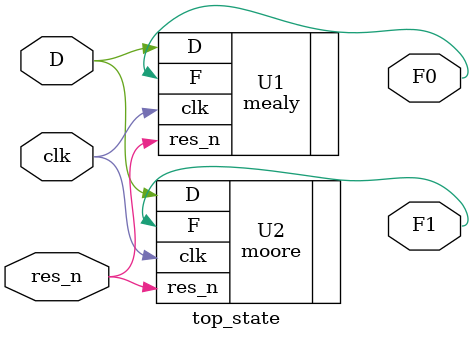
<source format=sv>
module top_state (clk, res_n, D, F0, F1);

input logic clk, res_n, D;
output logic 		 F0, F1;

mealy U1 (.clk( clk ), .res_n( res_n ), .D( D ), .F( F0 ));
moore U2 (.clk( clk ), .res_n( res_n ), .D( D ), .F( F1 ));

endmodule

</source>
